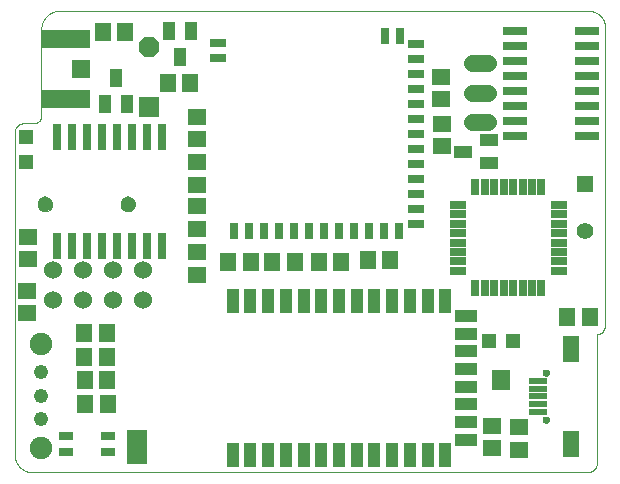
<source format=gbs>
G75*
%MOIN*%
%OFA0B0*%
%FSLAX25Y25*%
%IPPOS*%
%LPD*%
%AMOC8*
5,1,8,0,0,1.08239X$1,22.5*
%
%ADD10C,0.00000*%
%ADD11R,0.06896X0.06896*%
%ADD12OC8,0.06896*%
%ADD13R,0.05124X0.03156*%
%ADD14C,0.05600*%
%ADD15R,0.16400X0.06400*%
%ADD16R,0.06400X0.06400*%
%ADD17R,0.08400X0.03000*%
%ADD18R,0.06306X0.05518*%
%ADD19R,0.05518X0.06306*%
%ADD20R,0.02600X0.05400*%
%ADD21R,0.05400X0.02600*%
%ADD22R,0.05912X0.04337*%
%ADD23R,0.04337X0.05912*%
%ADD24R,0.06306X0.06699*%
%ADD25R,0.05124X0.05124*%
%ADD26R,0.05912X0.01975*%
%ADD27R,0.05400X0.09061*%
%ADD28C,0.02369*%
%ADD29R,0.02762X0.09061*%
%ADD30C,0.05124*%
%ADD31C,0.04762*%
%ADD32C,0.07487*%
%ADD33R,0.05550X0.05550*%
%ADD34C,0.05550*%
%ADD35R,0.05400X0.02900*%
%ADD36R,0.04337X0.08274*%
%ADD37R,0.07487X0.04337*%
%ADD38C,0.06000*%
%ADD39R,0.02900X0.05400*%
%ADD40R,0.06500X0.11500*%
D10*
X0011565Y0006895D02*
X0011565Y0114484D01*
X0011567Y0114588D01*
X0011573Y0114692D01*
X0011582Y0114796D01*
X0011595Y0114900D01*
X0011612Y0115002D01*
X0011633Y0115105D01*
X0011658Y0115206D01*
X0011686Y0115306D01*
X0011718Y0115406D01*
X0011753Y0115504D01*
X0011792Y0115600D01*
X0011835Y0115695D01*
X0011881Y0115789D01*
X0011930Y0115881D01*
X0011983Y0115971D01*
X0012039Y0116059D01*
X0012098Y0116145D01*
X0012160Y0116228D01*
X0012225Y0116310D01*
X0012293Y0116389D01*
X0012364Y0116465D01*
X0012438Y0116539D01*
X0012514Y0116610D01*
X0012593Y0116678D01*
X0012675Y0116743D01*
X0012758Y0116805D01*
X0012844Y0116864D01*
X0012932Y0116920D01*
X0013022Y0116973D01*
X0013114Y0117022D01*
X0013208Y0117068D01*
X0013303Y0117111D01*
X0013399Y0117150D01*
X0013497Y0117185D01*
X0013597Y0117217D01*
X0013697Y0117245D01*
X0013798Y0117270D01*
X0013901Y0117291D01*
X0014003Y0117308D01*
X0014107Y0117321D01*
X0014211Y0117330D01*
X0014315Y0117336D01*
X0014419Y0117338D01*
X0014419Y0117339D02*
X0017769Y0117339D01*
X0017871Y0117341D01*
X0017972Y0117347D01*
X0018073Y0117357D01*
X0018174Y0117370D01*
X0018274Y0117388D01*
X0018374Y0117409D01*
X0018472Y0117434D01*
X0018570Y0117463D01*
X0018666Y0117495D01*
X0018761Y0117531D01*
X0018855Y0117571D01*
X0018947Y0117615D01*
X0019037Y0117661D01*
X0019125Y0117712D01*
X0019212Y0117765D01*
X0019296Y0117822D01*
X0019378Y0117882D01*
X0019458Y0117945D01*
X0019535Y0118012D01*
X0019609Y0118081D01*
X0019681Y0118153D01*
X0019750Y0118227D01*
X0019817Y0118304D01*
X0019880Y0118384D01*
X0019940Y0118466D01*
X0019997Y0118550D01*
X0020050Y0118637D01*
X0020101Y0118725D01*
X0020147Y0118815D01*
X0020191Y0118907D01*
X0020231Y0119001D01*
X0020267Y0119096D01*
X0020299Y0119192D01*
X0020328Y0119290D01*
X0020353Y0119388D01*
X0020374Y0119488D01*
X0020392Y0119588D01*
X0020405Y0119689D01*
X0020415Y0119790D01*
X0020421Y0119891D01*
X0020423Y0119993D01*
X0020423Y0148826D01*
X0020424Y0148826D02*
X0020426Y0148979D01*
X0020432Y0149132D01*
X0020441Y0149284D01*
X0020455Y0149436D01*
X0020472Y0149588D01*
X0020494Y0149739D01*
X0020519Y0149890D01*
X0020547Y0150040D01*
X0020580Y0150190D01*
X0020617Y0150338D01*
X0020657Y0150485D01*
X0020701Y0150632D01*
X0020748Y0150777D01*
X0020799Y0150921D01*
X0020854Y0151064D01*
X0020913Y0151205D01*
X0020975Y0151344D01*
X0021040Y0151482D01*
X0021109Y0151619D01*
X0021182Y0151753D01*
X0021258Y0151886D01*
X0021337Y0152017D01*
X0021419Y0152145D01*
X0021505Y0152272D01*
X0021594Y0152396D01*
X0021686Y0152518D01*
X0021781Y0152638D01*
X0021879Y0152755D01*
X0021980Y0152870D01*
X0022084Y0152982D01*
X0022191Y0153091D01*
X0022300Y0153198D01*
X0022412Y0153302D01*
X0022527Y0153403D01*
X0022644Y0153501D01*
X0022764Y0153596D01*
X0022886Y0153688D01*
X0023010Y0153777D01*
X0023137Y0153863D01*
X0023265Y0153945D01*
X0023396Y0154024D01*
X0023529Y0154100D01*
X0023663Y0154173D01*
X0023800Y0154242D01*
X0023938Y0154307D01*
X0024077Y0154369D01*
X0024218Y0154428D01*
X0024361Y0154483D01*
X0024505Y0154534D01*
X0024650Y0154581D01*
X0024797Y0154625D01*
X0024944Y0154665D01*
X0025092Y0154702D01*
X0025242Y0154735D01*
X0025392Y0154763D01*
X0025543Y0154788D01*
X0025694Y0154810D01*
X0025846Y0154827D01*
X0025998Y0154841D01*
X0026150Y0154850D01*
X0026303Y0154856D01*
X0026456Y0154858D01*
X0202791Y0154858D01*
X0202791Y0154859D02*
X0202938Y0154857D01*
X0203085Y0154851D01*
X0203232Y0154842D01*
X0203379Y0154828D01*
X0203525Y0154811D01*
X0203671Y0154790D01*
X0203816Y0154765D01*
X0203961Y0154736D01*
X0204104Y0154704D01*
X0204247Y0154667D01*
X0204389Y0154627D01*
X0204529Y0154584D01*
X0204669Y0154536D01*
X0204807Y0154485D01*
X0204944Y0154431D01*
X0205079Y0154373D01*
X0205213Y0154311D01*
X0205345Y0154246D01*
X0205475Y0154177D01*
X0205604Y0154105D01*
X0205730Y0154030D01*
X0205855Y0153952D01*
X0205977Y0153870D01*
X0206097Y0153785D01*
X0206215Y0153697D01*
X0206331Y0153605D01*
X0206444Y0153511D01*
X0206555Y0153414D01*
X0206663Y0153314D01*
X0206768Y0153211D01*
X0206871Y0153106D01*
X0206971Y0152998D01*
X0207068Y0152887D01*
X0207162Y0152774D01*
X0207254Y0152658D01*
X0207342Y0152540D01*
X0207427Y0152420D01*
X0207509Y0152298D01*
X0207587Y0152173D01*
X0207662Y0152047D01*
X0207734Y0151918D01*
X0207803Y0151788D01*
X0207868Y0151656D01*
X0207930Y0151522D01*
X0207988Y0151387D01*
X0208042Y0151250D01*
X0208093Y0151112D01*
X0208141Y0150972D01*
X0208184Y0150832D01*
X0208224Y0150690D01*
X0208261Y0150547D01*
X0208293Y0150404D01*
X0208322Y0150259D01*
X0208347Y0150114D01*
X0208368Y0149968D01*
X0208385Y0149822D01*
X0208399Y0149675D01*
X0208408Y0149528D01*
X0208414Y0149381D01*
X0208416Y0149234D01*
X0208415Y0149234D02*
X0208223Y0049784D01*
X0208224Y0049784D02*
X0208222Y0049681D01*
X0208216Y0049578D01*
X0208206Y0049476D01*
X0208192Y0049374D01*
X0208175Y0049272D01*
X0208153Y0049172D01*
X0208128Y0049072D01*
X0208099Y0048973D01*
X0208066Y0048876D01*
X0208030Y0048779D01*
X0207990Y0048684D01*
X0207947Y0048591D01*
X0207900Y0048499D01*
X0207850Y0048410D01*
X0207796Y0048322D01*
X0207739Y0048236D01*
X0207679Y0048152D01*
X0207616Y0048071D01*
X0207549Y0047992D01*
X0207480Y0047916D01*
X0207408Y0047843D01*
X0207333Y0047772D01*
X0207256Y0047704D01*
X0207176Y0047639D01*
X0207094Y0047577D01*
X0207010Y0047518D01*
X0206923Y0047463D01*
X0206834Y0047410D01*
X0206744Y0047362D01*
X0206651Y0047316D01*
X0206557Y0047274D01*
X0206462Y0047236D01*
X0206365Y0047201D01*
X0206267Y0047170D01*
X0206167Y0047143D01*
X0206067Y0047119D01*
X0205966Y0047099D01*
X0205865Y0047084D01*
X0205762Y0047071D01*
X0205660Y0047063D01*
X0205659Y0047063D02*
X0205659Y0004345D01*
X0205657Y0004231D01*
X0205651Y0004117D01*
X0205641Y0004003D01*
X0205628Y0003890D01*
X0205610Y0003777D01*
X0205589Y0003664D01*
X0205564Y0003553D01*
X0205535Y0003443D01*
X0205502Y0003333D01*
X0205466Y0003225D01*
X0205426Y0003118D01*
X0205382Y0003012D01*
X0205335Y0002908D01*
X0205284Y0002806D01*
X0205230Y0002706D01*
X0205172Y0002607D01*
X0205111Y0002510D01*
X0205047Y0002416D01*
X0204979Y0002324D01*
X0204909Y0002234D01*
X0204835Y0002147D01*
X0204759Y0002062D01*
X0204679Y0001980D01*
X0204597Y0001900D01*
X0204512Y0001824D01*
X0204425Y0001750D01*
X0204335Y0001680D01*
X0204243Y0001612D01*
X0204149Y0001548D01*
X0204052Y0001487D01*
X0203953Y0001429D01*
X0203853Y0001375D01*
X0203751Y0001324D01*
X0203647Y0001277D01*
X0203541Y0001233D01*
X0203434Y0001193D01*
X0203326Y0001157D01*
X0203216Y0001124D01*
X0203106Y0001095D01*
X0202995Y0001070D01*
X0202882Y0001049D01*
X0202769Y0001031D01*
X0202656Y0001018D01*
X0202542Y0001008D01*
X0202428Y0001002D01*
X0202314Y0001000D01*
X0017470Y0001000D01*
X0017319Y0001002D01*
X0017167Y0001008D01*
X0017015Y0001017D01*
X0016864Y0001031D01*
X0016713Y0001048D01*
X0016562Y0001069D01*
X0016413Y0001095D01*
X0016263Y0001124D01*
X0016115Y0001156D01*
X0015968Y0001193D01*
X0015821Y0001234D01*
X0015676Y0001278D01*
X0015532Y0001326D01*
X0015389Y0001377D01*
X0015247Y0001433D01*
X0015107Y0001492D01*
X0014969Y0001554D01*
X0014832Y0001620D01*
X0014697Y0001690D01*
X0014564Y0001763D01*
X0014432Y0001839D01*
X0014303Y0001919D01*
X0014176Y0002002D01*
X0014051Y0002088D01*
X0013928Y0002178D01*
X0013808Y0002270D01*
X0013690Y0002366D01*
X0013574Y0002465D01*
X0013461Y0002566D01*
X0013351Y0002671D01*
X0013244Y0002778D01*
X0013139Y0002888D01*
X0013037Y0003001D01*
X0012938Y0003116D01*
X0012842Y0003234D01*
X0012749Y0003354D01*
X0012659Y0003477D01*
X0012573Y0003602D01*
X0012490Y0003729D01*
X0012410Y0003858D01*
X0012333Y0003989D01*
X0012260Y0004122D01*
X0012190Y0004257D01*
X0012124Y0004394D01*
X0012061Y0004532D01*
X0012002Y0004672D01*
X0011946Y0004814D01*
X0011894Y0004956D01*
X0011846Y0005101D01*
X0011802Y0005246D01*
X0011761Y0005392D01*
X0011724Y0005540D01*
X0011691Y0005688D01*
X0011662Y0005837D01*
X0011636Y0005987D01*
X0011615Y0006137D01*
X0011597Y0006288D01*
X0011583Y0006439D01*
X0011573Y0006591D01*
X0011567Y0006743D01*
X0011565Y0006895D01*
X0019282Y0090409D02*
X0019284Y0090506D01*
X0019290Y0090603D01*
X0019300Y0090699D01*
X0019314Y0090795D01*
X0019332Y0090891D01*
X0019353Y0090985D01*
X0019379Y0091079D01*
X0019408Y0091171D01*
X0019442Y0091262D01*
X0019478Y0091352D01*
X0019519Y0091440D01*
X0019563Y0091526D01*
X0019611Y0091611D01*
X0019662Y0091693D01*
X0019716Y0091774D01*
X0019774Y0091852D01*
X0019835Y0091927D01*
X0019898Y0092000D01*
X0019965Y0092071D01*
X0020035Y0092138D01*
X0020107Y0092203D01*
X0020182Y0092264D01*
X0020260Y0092323D01*
X0020339Y0092378D01*
X0020421Y0092430D01*
X0020505Y0092478D01*
X0020591Y0092523D01*
X0020679Y0092565D01*
X0020768Y0092603D01*
X0020859Y0092637D01*
X0020951Y0092667D01*
X0021044Y0092694D01*
X0021139Y0092716D01*
X0021234Y0092735D01*
X0021330Y0092750D01*
X0021426Y0092761D01*
X0021523Y0092768D01*
X0021620Y0092771D01*
X0021717Y0092770D01*
X0021814Y0092765D01*
X0021910Y0092756D01*
X0022006Y0092743D01*
X0022102Y0092726D01*
X0022197Y0092705D01*
X0022290Y0092681D01*
X0022383Y0092652D01*
X0022475Y0092620D01*
X0022565Y0092584D01*
X0022653Y0092545D01*
X0022740Y0092501D01*
X0022825Y0092455D01*
X0022908Y0092404D01*
X0022989Y0092351D01*
X0023067Y0092294D01*
X0023144Y0092234D01*
X0023217Y0092171D01*
X0023288Y0092105D01*
X0023356Y0092036D01*
X0023422Y0091964D01*
X0023484Y0091890D01*
X0023543Y0091813D01*
X0023599Y0091734D01*
X0023652Y0091652D01*
X0023702Y0091569D01*
X0023747Y0091483D01*
X0023790Y0091396D01*
X0023829Y0091307D01*
X0023864Y0091217D01*
X0023895Y0091125D01*
X0023922Y0091032D01*
X0023946Y0090938D01*
X0023966Y0090843D01*
X0023982Y0090747D01*
X0023994Y0090651D01*
X0024002Y0090554D01*
X0024006Y0090457D01*
X0024006Y0090361D01*
X0024002Y0090264D01*
X0023994Y0090167D01*
X0023982Y0090071D01*
X0023966Y0089975D01*
X0023946Y0089880D01*
X0023922Y0089786D01*
X0023895Y0089693D01*
X0023864Y0089601D01*
X0023829Y0089511D01*
X0023790Y0089422D01*
X0023747Y0089335D01*
X0023702Y0089249D01*
X0023652Y0089166D01*
X0023599Y0089084D01*
X0023543Y0089005D01*
X0023484Y0088928D01*
X0023422Y0088854D01*
X0023356Y0088782D01*
X0023288Y0088713D01*
X0023217Y0088647D01*
X0023144Y0088584D01*
X0023067Y0088524D01*
X0022989Y0088467D01*
X0022908Y0088414D01*
X0022825Y0088363D01*
X0022740Y0088317D01*
X0022653Y0088273D01*
X0022565Y0088234D01*
X0022475Y0088198D01*
X0022383Y0088166D01*
X0022290Y0088137D01*
X0022197Y0088113D01*
X0022102Y0088092D01*
X0022006Y0088075D01*
X0021910Y0088062D01*
X0021814Y0088053D01*
X0021717Y0088048D01*
X0021620Y0088047D01*
X0021523Y0088050D01*
X0021426Y0088057D01*
X0021330Y0088068D01*
X0021234Y0088083D01*
X0021139Y0088102D01*
X0021044Y0088124D01*
X0020951Y0088151D01*
X0020859Y0088181D01*
X0020768Y0088215D01*
X0020679Y0088253D01*
X0020591Y0088295D01*
X0020505Y0088340D01*
X0020421Y0088388D01*
X0020339Y0088440D01*
X0020260Y0088495D01*
X0020182Y0088554D01*
X0020107Y0088615D01*
X0020035Y0088680D01*
X0019965Y0088747D01*
X0019898Y0088818D01*
X0019835Y0088891D01*
X0019774Y0088966D01*
X0019716Y0089044D01*
X0019662Y0089125D01*
X0019611Y0089207D01*
X0019563Y0089292D01*
X0019519Y0089378D01*
X0019478Y0089466D01*
X0019442Y0089556D01*
X0019408Y0089647D01*
X0019379Y0089739D01*
X0019353Y0089833D01*
X0019332Y0089927D01*
X0019314Y0090023D01*
X0019300Y0090119D01*
X0019290Y0090215D01*
X0019284Y0090312D01*
X0019282Y0090409D01*
X0046841Y0090409D02*
X0046843Y0090506D01*
X0046849Y0090603D01*
X0046859Y0090699D01*
X0046873Y0090795D01*
X0046891Y0090891D01*
X0046912Y0090985D01*
X0046938Y0091079D01*
X0046967Y0091171D01*
X0047001Y0091262D01*
X0047037Y0091352D01*
X0047078Y0091440D01*
X0047122Y0091526D01*
X0047170Y0091611D01*
X0047221Y0091693D01*
X0047275Y0091774D01*
X0047333Y0091852D01*
X0047394Y0091927D01*
X0047457Y0092000D01*
X0047524Y0092071D01*
X0047594Y0092138D01*
X0047666Y0092203D01*
X0047741Y0092264D01*
X0047819Y0092323D01*
X0047898Y0092378D01*
X0047980Y0092430D01*
X0048064Y0092478D01*
X0048150Y0092523D01*
X0048238Y0092565D01*
X0048327Y0092603D01*
X0048418Y0092637D01*
X0048510Y0092667D01*
X0048603Y0092694D01*
X0048698Y0092716D01*
X0048793Y0092735D01*
X0048889Y0092750D01*
X0048985Y0092761D01*
X0049082Y0092768D01*
X0049179Y0092771D01*
X0049276Y0092770D01*
X0049373Y0092765D01*
X0049469Y0092756D01*
X0049565Y0092743D01*
X0049661Y0092726D01*
X0049756Y0092705D01*
X0049849Y0092681D01*
X0049942Y0092652D01*
X0050034Y0092620D01*
X0050124Y0092584D01*
X0050212Y0092545D01*
X0050299Y0092501D01*
X0050384Y0092455D01*
X0050467Y0092404D01*
X0050548Y0092351D01*
X0050626Y0092294D01*
X0050703Y0092234D01*
X0050776Y0092171D01*
X0050847Y0092105D01*
X0050915Y0092036D01*
X0050981Y0091964D01*
X0051043Y0091890D01*
X0051102Y0091813D01*
X0051158Y0091734D01*
X0051211Y0091652D01*
X0051261Y0091569D01*
X0051306Y0091483D01*
X0051349Y0091396D01*
X0051388Y0091307D01*
X0051423Y0091217D01*
X0051454Y0091125D01*
X0051481Y0091032D01*
X0051505Y0090938D01*
X0051525Y0090843D01*
X0051541Y0090747D01*
X0051553Y0090651D01*
X0051561Y0090554D01*
X0051565Y0090457D01*
X0051565Y0090361D01*
X0051561Y0090264D01*
X0051553Y0090167D01*
X0051541Y0090071D01*
X0051525Y0089975D01*
X0051505Y0089880D01*
X0051481Y0089786D01*
X0051454Y0089693D01*
X0051423Y0089601D01*
X0051388Y0089511D01*
X0051349Y0089422D01*
X0051306Y0089335D01*
X0051261Y0089249D01*
X0051211Y0089166D01*
X0051158Y0089084D01*
X0051102Y0089005D01*
X0051043Y0088928D01*
X0050981Y0088854D01*
X0050915Y0088782D01*
X0050847Y0088713D01*
X0050776Y0088647D01*
X0050703Y0088584D01*
X0050626Y0088524D01*
X0050548Y0088467D01*
X0050467Y0088414D01*
X0050384Y0088363D01*
X0050299Y0088317D01*
X0050212Y0088273D01*
X0050124Y0088234D01*
X0050034Y0088198D01*
X0049942Y0088166D01*
X0049849Y0088137D01*
X0049756Y0088113D01*
X0049661Y0088092D01*
X0049565Y0088075D01*
X0049469Y0088062D01*
X0049373Y0088053D01*
X0049276Y0088048D01*
X0049179Y0088047D01*
X0049082Y0088050D01*
X0048985Y0088057D01*
X0048889Y0088068D01*
X0048793Y0088083D01*
X0048698Y0088102D01*
X0048603Y0088124D01*
X0048510Y0088151D01*
X0048418Y0088181D01*
X0048327Y0088215D01*
X0048238Y0088253D01*
X0048150Y0088295D01*
X0048064Y0088340D01*
X0047980Y0088388D01*
X0047898Y0088440D01*
X0047819Y0088495D01*
X0047741Y0088554D01*
X0047666Y0088615D01*
X0047594Y0088680D01*
X0047524Y0088747D01*
X0047457Y0088818D01*
X0047394Y0088891D01*
X0047333Y0088966D01*
X0047275Y0089044D01*
X0047221Y0089125D01*
X0047170Y0089207D01*
X0047122Y0089292D01*
X0047078Y0089378D01*
X0047037Y0089466D01*
X0047001Y0089556D01*
X0046967Y0089647D01*
X0046938Y0089739D01*
X0046912Y0089833D01*
X0046891Y0089927D01*
X0046873Y0090023D01*
X0046859Y0090119D01*
X0046849Y0090215D01*
X0046843Y0090312D01*
X0046841Y0090409D01*
X0187668Y0034268D02*
X0187670Y0034330D01*
X0187676Y0034393D01*
X0187686Y0034454D01*
X0187700Y0034515D01*
X0187717Y0034575D01*
X0187738Y0034634D01*
X0187764Y0034691D01*
X0187792Y0034746D01*
X0187824Y0034800D01*
X0187860Y0034851D01*
X0187898Y0034901D01*
X0187940Y0034947D01*
X0187984Y0034991D01*
X0188032Y0035032D01*
X0188081Y0035070D01*
X0188133Y0035104D01*
X0188187Y0035135D01*
X0188243Y0035163D01*
X0188301Y0035187D01*
X0188360Y0035208D01*
X0188420Y0035224D01*
X0188481Y0035237D01*
X0188543Y0035246D01*
X0188605Y0035251D01*
X0188668Y0035252D01*
X0188730Y0035249D01*
X0188792Y0035242D01*
X0188854Y0035231D01*
X0188914Y0035216D01*
X0188974Y0035198D01*
X0189032Y0035176D01*
X0189089Y0035150D01*
X0189144Y0035120D01*
X0189197Y0035087D01*
X0189248Y0035051D01*
X0189296Y0035012D01*
X0189342Y0034969D01*
X0189385Y0034924D01*
X0189425Y0034876D01*
X0189462Y0034826D01*
X0189496Y0034773D01*
X0189527Y0034719D01*
X0189553Y0034663D01*
X0189577Y0034605D01*
X0189596Y0034545D01*
X0189612Y0034485D01*
X0189624Y0034423D01*
X0189632Y0034362D01*
X0189636Y0034299D01*
X0189636Y0034237D01*
X0189632Y0034174D01*
X0189624Y0034113D01*
X0189612Y0034051D01*
X0189596Y0033991D01*
X0189577Y0033931D01*
X0189553Y0033873D01*
X0189527Y0033817D01*
X0189496Y0033763D01*
X0189462Y0033710D01*
X0189425Y0033660D01*
X0189385Y0033612D01*
X0189342Y0033567D01*
X0189296Y0033524D01*
X0189248Y0033485D01*
X0189197Y0033449D01*
X0189144Y0033416D01*
X0189089Y0033386D01*
X0189032Y0033360D01*
X0188974Y0033338D01*
X0188914Y0033320D01*
X0188854Y0033305D01*
X0188792Y0033294D01*
X0188730Y0033287D01*
X0188668Y0033284D01*
X0188605Y0033285D01*
X0188543Y0033290D01*
X0188481Y0033299D01*
X0188420Y0033312D01*
X0188360Y0033328D01*
X0188301Y0033349D01*
X0188243Y0033373D01*
X0188187Y0033401D01*
X0188133Y0033432D01*
X0188081Y0033466D01*
X0188032Y0033504D01*
X0187984Y0033545D01*
X0187940Y0033589D01*
X0187898Y0033635D01*
X0187860Y0033685D01*
X0187824Y0033736D01*
X0187792Y0033790D01*
X0187764Y0033845D01*
X0187738Y0033902D01*
X0187717Y0033961D01*
X0187700Y0034021D01*
X0187686Y0034082D01*
X0187676Y0034143D01*
X0187670Y0034206D01*
X0187668Y0034268D01*
X0187668Y0018520D02*
X0187670Y0018582D01*
X0187676Y0018645D01*
X0187686Y0018706D01*
X0187700Y0018767D01*
X0187717Y0018827D01*
X0187738Y0018886D01*
X0187764Y0018943D01*
X0187792Y0018998D01*
X0187824Y0019052D01*
X0187860Y0019103D01*
X0187898Y0019153D01*
X0187940Y0019199D01*
X0187984Y0019243D01*
X0188032Y0019284D01*
X0188081Y0019322D01*
X0188133Y0019356D01*
X0188187Y0019387D01*
X0188243Y0019415D01*
X0188301Y0019439D01*
X0188360Y0019460D01*
X0188420Y0019476D01*
X0188481Y0019489D01*
X0188543Y0019498D01*
X0188605Y0019503D01*
X0188668Y0019504D01*
X0188730Y0019501D01*
X0188792Y0019494D01*
X0188854Y0019483D01*
X0188914Y0019468D01*
X0188974Y0019450D01*
X0189032Y0019428D01*
X0189089Y0019402D01*
X0189144Y0019372D01*
X0189197Y0019339D01*
X0189248Y0019303D01*
X0189296Y0019264D01*
X0189342Y0019221D01*
X0189385Y0019176D01*
X0189425Y0019128D01*
X0189462Y0019078D01*
X0189496Y0019025D01*
X0189527Y0018971D01*
X0189553Y0018915D01*
X0189577Y0018857D01*
X0189596Y0018797D01*
X0189612Y0018737D01*
X0189624Y0018675D01*
X0189632Y0018614D01*
X0189636Y0018551D01*
X0189636Y0018489D01*
X0189632Y0018426D01*
X0189624Y0018365D01*
X0189612Y0018303D01*
X0189596Y0018243D01*
X0189577Y0018183D01*
X0189553Y0018125D01*
X0189527Y0018069D01*
X0189496Y0018015D01*
X0189462Y0017962D01*
X0189425Y0017912D01*
X0189385Y0017864D01*
X0189342Y0017819D01*
X0189296Y0017776D01*
X0189248Y0017737D01*
X0189197Y0017701D01*
X0189144Y0017668D01*
X0189089Y0017638D01*
X0189032Y0017612D01*
X0188974Y0017590D01*
X0188914Y0017572D01*
X0188854Y0017557D01*
X0188792Y0017546D01*
X0188730Y0017539D01*
X0188668Y0017536D01*
X0188605Y0017537D01*
X0188543Y0017542D01*
X0188481Y0017551D01*
X0188420Y0017564D01*
X0188360Y0017580D01*
X0188301Y0017601D01*
X0188243Y0017625D01*
X0188187Y0017653D01*
X0188133Y0017684D01*
X0188081Y0017718D01*
X0188032Y0017756D01*
X0187984Y0017797D01*
X0187940Y0017841D01*
X0187898Y0017887D01*
X0187860Y0017937D01*
X0187824Y0017988D01*
X0187792Y0018042D01*
X0187764Y0018097D01*
X0187738Y0018154D01*
X0187717Y0018213D01*
X0187700Y0018273D01*
X0187686Y0018334D01*
X0187676Y0018395D01*
X0187670Y0018458D01*
X0187668Y0018520D01*
D11*
X0056447Y0122732D03*
D12*
X0056447Y0142732D03*
D13*
X0042746Y0013283D03*
X0042746Y0007772D03*
X0028573Y0007772D03*
X0028573Y0013283D03*
D14*
X0164030Y0117806D02*
X0169230Y0117806D01*
X0169230Y0127649D02*
X0164030Y0127649D01*
X0164030Y0137491D02*
X0169230Y0137491D01*
D15*
X0028691Y0145409D03*
X0028691Y0125409D03*
D16*
X0033691Y0135409D03*
D17*
X0178244Y0133067D03*
X0178244Y0138067D03*
X0178244Y0143067D03*
X0178244Y0148067D03*
X0202444Y0148067D03*
X0202444Y0143067D03*
X0202444Y0138067D03*
X0202444Y0133067D03*
X0202444Y0128067D03*
X0202444Y0123067D03*
X0202444Y0118067D03*
X0202444Y0113067D03*
X0178244Y0113067D03*
X0178244Y0118067D03*
X0178244Y0123067D03*
X0178244Y0128067D03*
D18*
X0153691Y0125409D03*
X0153691Y0132890D03*
X0153927Y0117142D03*
X0153927Y0109661D03*
X0072274Y0112063D03*
X0072234Y0104425D03*
X0072234Y0096945D03*
X0072195Y0089740D03*
X0072195Y0082260D03*
X0072431Y0074425D03*
X0072431Y0066945D03*
X0015935Y0072024D03*
X0015935Y0079504D03*
X0015778Y0061630D03*
X0015778Y0054150D03*
X0072274Y0119543D03*
X0170620Y0016512D03*
X0179675Y0016079D03*
X0179675Y0008598D03*
X0170620Y0009031D03*
D19*
X0195699Y0052969D03*
X0203179Y0052969D03*
X0136644Y0071669D03*
X0129163Y0071669D03*
X0120305Y0071118D03*
X0112825Y0071118D03*
X0104833Y0071197D03*
X0097352Y0071197D03*
X0090187Y0071000D03*
X0082707Y0071000D03*
X0042156Y0047457D03*
X0034675Y0047457D03*
X0034754Y0039465D03*
X0042234Y0039465D03*
X0042313Y0031709D03*
X0034833Y0031709D03*
X0035030Y0023717D03*
X0042510Y0023717D03*
X0062589Y0130882D03*
X0070069Y0130882D03*
X0048455Y0147732D03*
X0040974Y0147732D03*
D20*
X0165080Y0096124D03*
X0168230Y0096124D03*
X0171380Y0096124D03*
X0174529Y0096124D03*
X0177679Y0096124D03*
X0180828Y0096124D03*
X0183978Y0096124D03*
X0187128Y0096124D03*
X0187128Y0062324D03*
X0183978Y0062324D03*
X0180828Y0062324D03*
X0177679Y0062324D03*
X0174529Y0062324D03*
X0171380Y0062324D03*
X0168230Y0062324D03*
X0165080Y0062324D03*
D21*
X0159204Y0068200D03*
X0159204Y0071350D03*
X0159204Y0074499D03*
X0159204Y0077649D03*
X0159204Y0080798D03*
X0159204Y0083948D03*
X0159204Y0087098D03*
X0159204Y0090247D03*
X0193004Y0090247D03*
X0193004Y0087098D03*
X0193004Y0083948D03*
X0193004Y0080798D03*
X0193004Y0077649D03*
X0193004Y0074499D03*
X0193004Y0071350D03*
X0193004Y0068200D03*
D22*
X0169596Y0104228D03*
X0160935Y0107969D03*
X0169596Y0111709D03*
D23*
X0070423Y0148047D03*
X0062943Y0148047D03*
X0066683Y0139386D03*
X0045344Y0132614D03*
X0041604Y0123953D03*
X0049085Y0123953D03*
D24*
X0173691Y0031709D03*
D25*
X0177628Y0044799D03*
X0169754Y0044799D03*
X0015148Y0104622D03*
X0015148Y0112890D03*
D26*
X0185896Y0031512D03*
X0185896Y0028953D03*
X0185896Y0026394D03*
X0185896Y0023835D03*
X0185896Y0021276D03*
D27*
X0197116Y0010646D03*
X0197116Y0042142D03*
D28*
X0188652Y0034268D03*
X0188652Y0018520D03*
D29*
X0060640Y0076551D03*
X0055640Y0076551D03*
X0050640Y0076551D03*
X0045640Y0076551D03*
X0040640Y0076551D03*
X0035640Y0076551D03*
X0030640Y0076551D03*
X0025640Y0076551D03*
X0025640Y0112772D03*
X0030640Y0112772D03*
X0035640Y0112772D03*
X0040640Y0112772D03*
X0045640Y0112772D03*
X0050640Y0112772D03*
X0055640Y0112772D03*
X0060640Y0112772D03*
D30*
X0049203Y0090409D03*
X0021644Y0090409D03*
D31*
X0020148Y0034504D03*
X0020148Y0026630D03*
X0020148Y0018756D03*
D32*
X0020148Y0009307D03*
X0020148Y0043953D03*
D33*
X0201644Y0097102D03*
D34*
X0201644Y0081354D03*
D35*
X0145305Y0083677D03*
X0145305Y0088677D03*
X0145305Y0093677D03*
X0145305Y0098677D03*
X0145305Y0103677D03*
X0145305Y0108677D03*
X0145305Y0113677D03*
X0145305Y0118677D03*
X0145305Y0123677D03*
X0145305Y0128677D03*
X0145305Y0133677D03*
X0145305Y0138677D03*
X0145305Y0143677D03*
X0079305Y0144228D03*
X0079305Y0139228D03*
D36*
X0084203Y0058126D03*
X0090108Y0058126D03*
X0096014Y0058126D03*
X0101919Y0058126D03*
X0107825Y0058126D03*
X0113730Y0058126D03*
X0119636Y0058126D03*
X0125541Y0058126D03*
X0131447Y0058126D03*
X0137352Y0058126D03*
X0143258Y0058126D03*
X0149163Y0058126D03*
X0155069Y0058126D03*
X0155069Y0006945D03*
X0149163Y0006945D03*
X0143258Y0006945D03*
X0137352Y0006945D03*
X0131447Y0006945D03*
X0125541Y0006945D03*
X0119636Y0006945D03*
X0113730Y0006945D03*
X0107825Y0006945D03*
X0101919Y0006945D03*
X0096014Y0006945D03*
X0090108Y0006945D03*
X0084203Y0006945D03*
D37*
X0161959Y0011866D03*
X0161959Y0017772D03*
X0161959Y0023677D03*
X0161959Y0029583D03*
X0161959Y0035488D03*
X0161959Y0041394D03*
X0161959Y0047299D03*
X0161959Y0053205D03*
D38*
X0054321Y0058480D03*
X0044321Y0058480D03*
X0034321Y0058480D03*
X0024321Y0058480D03*
X0024321Y0068480D03*
X0034321Y0068480D03*
X0044321Y0068480D03*
X0054321Y0068480D03*
D39*
X0084557Y0081591D03*
X0089557Y0081591D03*
X0094557Y0081591D03*
X0099557Y0081591D03*
X0104557Y0081591D03*
X0109557Y0081591D03*
X0114557Y0081591D03*
X0119557Y0081591D03*
X0124557Y0081591D03*
X0129557Y0081591D03*
X0134557Y0081591D03*
X0139557Y0081591D03*
X0140108Y0146591D03*
X0135108Y0146591D03*
D40*
X0052352Y0009622D03*
M02*

</source>
